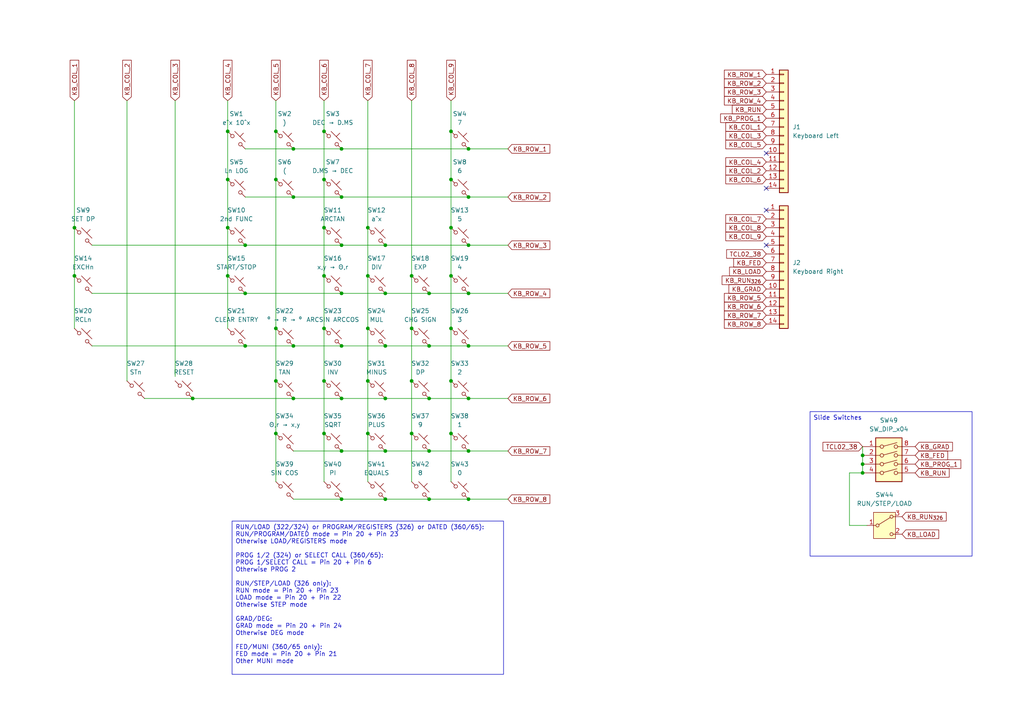
<source format=kicad_sch>
(kicad_sch (version 20250114) (generator "eeschema") (generator_version "9.0")
  (paper "A4")
  (title_block (title "Compucorp 300-Series Calculator Keyboard") (date "3/FEB/2026") (rev "WIP") (company "Brett Hallen"))
  (lib_symbols
    (symbol "Connector_Generic:Conn_01x14" (pin_names (offset 1.016) (hide yes))
      (property "Reference" "J" (at 0 17.78 0))
      (property "Value" "Conn_01x14" (at 0 -20.32 0))
      (symbol "Conn_01x14_1_1"
        (rectangle (start -1.27 16.51) (end 1.27 -19.05) (stroke (width 0.254)) (fill (type background)))
        (rectangle (start -1.27 15.367) (end 0 15.113) (stroke (width 0.1524)))
        (rectangle (start -1.27 12.827) (end 0 12.573) (stroke (width 0.1524)))
        (rectangle (start -1.27 10.287) (end 0 10.033) (stroke (width 0.1524)))
        (rectangle (start -1.27 7.747) (end 0 7.493) (stroke (width 0.1524)))
        (rectangle (start -1.27 5.207) (end 0 4.953) (stroke (width 0.1524)))
        (rectangle (start -1.27 2.667) (end 0 2.413) (stroke (width 0.1524)))
        (rectangle (start -1.27 0.127) (end 0 -0.127) (stroke (width 0.1524)))
        (rectangle (start -1.27 -2.413) (end 0 -2.667) (stroke (width 0.1524)))
        (rectangle (start -1.27 -4.953) (end 0 -5.207) (stroke (width 0.1524)))
        (rectangle (start -1.27 -7.493) (end 0 -7.747) (stroke (width 0.1524)))
        (rectangle (start -1.27 -10.033) (end 0 -10.287) (stroke (width 0.1524)))
        (rectangle (start -1.27 -12.573) (end 0 -12.827) (stroke (width 0.1524)))
        (rectangle (start -1.27 -15.113) (end 0 -15.367) (stroke (width 0.1524)))
        (rectangle (start -1.27 -17.653) (end 0 -17.907) (stroke (width 0.1524)))
        (pin passive line (at -5.08 15.24 0) (length 3.81) (name "Pin_1") (number "1"))
        (pin passive line (at -5.08 12.7 0) (length 3.81) (name "Pin_2") (number "2"))
        (pin passive line (at -5.08 10.16 0) (length 3.81) (name "Pin_3") (number "3"))
        (pin passive line (at -5.08 7.62 0) (length 3.81) (name "Pin_4") (number "4"))
        (pin passive line (at -5.08 5.08 0) (length 3.81) (name "Pin_5") (number "5"))
        (pin passive line (at -5.08 2.54 0) (length 3.81) (name "Pin_6") (number "6"))
        (pin passive line (at -5.08 0 0) (length 3.81) (name "Pin_7") (number "7"))
        (pin passive line (at -5.08 -2.54 0) (length 3.81) (name "Pin_8") (number "8"))
        (pin passive line (at -5.08 -5.08 0) (length 3.81) (name "Pin_9") (number "9"))
        (pin passive line (at -5.08 -7.62 0) (length 3.81) (name "Pin_10") (number "10"))
        (pin passive line (at -5.08 -10.16 0) (length 3.81) (name "Pin_11") (number "11"))
        (pin passive line (at -5.08 -12.7 0) (length 3.81) (name "Pin_12") (number "12"))
        (pin passive line (at -5.08 -15.24 0) (length 3.81) (name "Pin_13") (number "13"))
        (pin passive line (at -5.08 -17.78 0) (length 3.81) (name "Pin_14") (number "14"))
      )
    )
    (symbol "Switch:SW_DIP_x04" (pin_names (offset 0) (hide yes))
      (property "Reference" "SW" (at 0 8.89 0))
      (property "Value" "SW_DIP_x04" (at 0 -6.35 0))
      (symbol "SW_DIP_x04_0_0"
        (circle (center -2.032 5.08) (radius 0.508))
        (circle (center -2.032 2.54) (radius 0.508))
        (circle (center -2.032 0) (radius 0.508))
        (circle (center -2.032 -2.54) (radius 0.508))
        (polyline (pts (xy -1.524 5.207) (xy 2.3622 6.2484)))
        (polyline (pts (xy -1.524 2.667) (xy 2.3622 3.7084)))
        (polyline (pts (xy -1.524 0.127) (xy 2.3622 1.1684)))
        (polyline (pts (xy -1.524 -2.3876) (xy 2.3622 -1.3462)))
        (circle (center 2.032 5.08) (radius 0.508))
        (circle (center 2.032 2.54) (radius 0.508))
        (circle (center 2.032 0) (radius 0.508))
        (circle (center 2.032 -2.54) (radius 0.508))
      )
      (symbol "SW_DIP_x04_0_1"
        (rectangle (start -3.81 7.62) (end 3.81 -5.08) (stroke (width 0.254)) (fill (type background)))
      )
      (symbol "SW_DIP_x04_1_1"
        (pin passive line (at -7.62 5.08 0) (length 5.08) (name "~") (number "1"))
        (pin passive line (at -7.62 2.54 0) (length 5.08) (name "~") (number "2"))
        (pin passive line (at -7.62 0 0) (length 5.08) (name "~") (number "3"))
        (pin passive line (at -7.62 -2.54 0) (length 5.08) (name "~") (number "4"))
        (pin passive line (at 7.62 5.08 180) (length 5.08) (name "~") (number "8"))
        (pin passive line (at 7.62 2.54 180) (length 5.08) (name "~") (number "7"))
        (pin passive line (at 7.62 0 180) (length 5.08) (name "~") (number "6"))
        (pin passive line (at 7.62 -2.54 180) (length 5.08) (name "~") (number "5"))
      )
    )
    (symbol "Switch:SW_Push_45deg" (pin_numbers (hide yes)) (pin_names (offset 1.016) (hide yes))
      (property "Reference" "SW" (at 3.048 1.016 0))
      (property "Value" "SW_Push_45deg" (at 0 -3.81 0))
      (symbol "SW_Push_45deg_0_1"
        (polyline (pts (xy -2.54 2.54) (xy -1.524 1.524) (xy -1.524 1.524)))
        (circle (center -1.1684 1.1684) (radius 0.508))
        (polyline (pts (xy -0.508 2.54) (xy 2.54 -0.508)))
        (polyline (pts (xy 1.016 1.016) (xy 2.032 2.032)))
        (circle (center 1.143 -1.1938) (radius 0.508))
        (polyline (pts (xy 1.524 -1.524) (xy 2.54 -2.54) (xy 2.54 -2.54) (xy 2.54 -2.54)))
        (pin passive line (at -2.54 2.54 0) (length 0) (name "1") (number "1"))
        (pin passive line (at 2.54 -2.54 180) (length 0) (name "2") (number "2"))
      )
    )
    (symbol "Switch:SW_Wuerth_450301014042" (pin_names (offset 1) (hide yes))
      (property "Reference" "SW" (at 0 5.08 0))
      (property "Value" "SW_Wuerth_450301014042" (at 0 -5.08 0))
      (symbol "SW_Wuerth_450301014042_0_1"
        (circle (center -2.032 0) (radius 0.4572))
        (polyline (pts (xy -1.651 0.254) (xy 1.651 2.286)))
        (circle (center 2.032 2.54) (radius 0.4572))
        (circle (center 2.032 -2.54) (radius 0.4572))
      )
      (symbol "SW_Wuerth_450301014042_1_1"
        (rectangle (start -3.175 3.81) (end 3.175 -3.81) (fill (type background)))
        (pin passive line (at -5.08 0 0) (length 2.54) (name "B") (number "1"))
        (pin passive line (at 5.08 2.54 180) (length 2.54) (name "A") (number "3"))
        (pin passive line (at 5.08 -2.54 180) (length 2.54) (name "C") (number "2"))
      )
    )
  )
  (text_box "Slide Switches" (at 234.95 119.38 0) (size 46.99 41.91) (margins 0.9525 0.9525 0.9525 0.9525) (effects (font (size 1.27 1.27)) (justify left top)))
  (text_box "RUN/LOAD (322/324) or PROGRAM/REGISTERS (326) or DATED (360/65): \nRUN/PROGRAM/DATED mode = Pin 20 + Pin 23\nOtherwise LOAD/REGISTERS mode\n\nPROG 1/2 (324) or SELECT CALL (360/65):\nPROG 1/SELECT CALL = Pin 20 + Pin 6\nOtherwise PROG 2\n\nRUN/STEP/LOAD (326 only):\nRUN mode = Pin 20 + Pin 23\nLOAD mode = Pin 20 + Pin 22\nOtherwise STEP mode\n\nGRAD/DEG:\nGRAD mode = Pin 20 + Pin 24\nOtherwise DEG mode\n\nFED/MUNI (360/65 only):\nFED mode = Pin 20 + Pin 21\nOther MUNI mode" (at 67.31 151.13 0) (size 78.74 44.45) (margins 0.9525 0.9525 0.9525 0.9525) (effects (font (size 1.27 1.27)) (justify left top)))
  (junction (at 106.68 95.25))
  (junction (at 85.09 57.15))
  (junction (at 135.89 100.33))
  (junction (at 106.68 125.73))
  (junction (at 93.98 66.04))
  (junction (at 135.89 43.18))
  (junction (at 66.04 66.04))
  (junction (at 85.09 100.33))
  (junction (at 80.01 52.07))
  (junction (at 55.88 115.57))
  (junction (at 135.89 115.57))
  (junction (at 135.89 130.81))
  (junction (at 135.89 85.09))
  (junction (at 80.01 125.73))
  (junction (at 250.19 134.62))
  (junction (at 93.98 80.01))
  (junction (at 99.06 130.81))
  (junction (at 106.68 80.01))
  (junction (at 99.06 43.18))
  (junction (at 85.09 115.57))
  (junction (at 80.01 95.25))
  (junction (at 93.98 95.25))
  (junction (at 119.38 80.01))
  (junction (at 93.98 52.07))
  (junction (at 106.68 110.49))
  (junction (at 111.76 100.33))
  (junction (at 250.19 132.08))
  (junction (at 99.06 144.78))
  (junction (at 66.04 52.07))
  (junction (at 130.81 110.49))
  (junction (at 119.38 125.73))
  (junction (at 93.98 38.1))
  (junction (at 21.59 66.04))
  (junction (at 135.89 144.78))
  (junction (at 106.68 66.04))
  (junction (at 80.01 38.1))
  (junction (at 93.98 125.73))
  (junction (at 66.04 80.01))
  (junction (at 71.12 71.12))
  (junction (at 130.81 125.73))
  (junction (at 124.46 144.78))
  (junction (at 21.59 80.01))
  (junction (at 111.76 71.12))
  (junction (at 130.81 80.01))
  (junction (at 111.76 85.09))
  (junction (at 99.06 71.12))
  (junction (at 99.06 100.33))
  (junction (at 130.81 38.1))
  (junction (at 130.81 95.25))
  (junction (at 124.46 130.81))
  (junction (at 99.06 57.15))
  (junction (at 124.46 100.33))
  (junction (at 119.38 95.25))
  (junction (at 111.76 130.81))
  (junction (at 71.12 85.09))
  (junction (at 99.06 115.57))
  (junction (at 71.12 100.33))
  (junction (at 85.09 43.18))
  (junction (at 135.89 71.12))
  (junction (at 130.81 66.04))
  (junction (at 99.06 85.09))
  (junction (at 111.76 144.78))
  (junction (at 66.04 38.1))
  (junction (at 130.81 52.07))
  (junction (at 111.76 115.57))
  (junction (at 93.98 110.49))
  (junction (at 124.46 85.09))
  (junction (at 80.01 110.49))
  (junction (at 250.19 137.16))
  (junction (at 119.38 110.49))
  (junction (at 135.89 57.15))
  (junction (at 124.46 115.57))
  (no_connect (at 222.25 71.12))
  (no_connect (at 222.25 54.61))
  (no_connect (at 222.25 60.96))
  (no_connect (at 222.25 44.45))
  (wire (pts (xy 93.98 125.73) (xy 93.98 139.7)))
  (wire (pts (xy 124.46 115.57) (xy 135.89 115.57)))
  (wire (pts (xy 119.38 29.21) (xy 119.38 80.01)))
  (wire (pts (xy 26.67 71.12) (xy 71.12 71.12)))
  (wire (pts (xy 93.98 29.21) (xy 93.98 38.1)))
  (wire (pts (xy 130.81 38.1) (xy 130.81 52.07)))
  (wire (pts (xy 99.06 130.81) (xy 111.76 130.81)))
  (wire (pts (xy 80.01 52.07) (xy 80.01 95.25)))
  (wire (pts (xy 130.81 80.01) (xy 130.81 95.25)))
  (wire (pts (xy 135.89 85.09) (xy 147.32 85.09)))
  (wire (pts (xy 80.01 29.21) (xy 80.01 38.1)))
  (wire (pts (xy 250.19 129.54) (xy 250.19 132.08)))
  (wire (pts (xy 80.01 95.25) (xy 80.01 110.49)))
  (wire (pts (xy 124.46 130.81) (xy 135.89 130.81)))
  (wire (pts (xy 106.68 95.25) (xy 106.68 110.49)))
  (wire (pts (xy 130.81 52.07) (xy 130.81 66.04)))
  (wire (pts (xy 106.68 80.01) (xy 106.68 95.25)))
  (wire (pts (xy 85.09 130.81) (xy 99.06 130.81)))
  (wire (pts (xy 80.01 125.73) (xy 80.01 139.7)))
  (wire (pts (xy 85.09 144.78) (xy 99.06 144.78)))
  (wire (pts (xy 99.06 85.09) (xy 111.76 85.09)))
  (wire (pts (xy 93.98 80.01) (xy 93.98 95.25)))
  (wire (pts (xy 85.09 57.15) (xy 99.06 57.15)))
  (wire (pts (xy 135.89 130.81) (xy 147.32 130.81)))
  (wire (pts (xy 111.76 130.81) (xy 124.46 130.81)))
  (wire (pts (xy 111.76 144.78) (xy 124.46 144.78)))
  (wire (pts (xy 71.12 43.18) (xy 85.09 43.18)))
  (wire (pts (xy 99.06 144.78) (xy 111.76 144.78)))
  (wire (pts (xy 135.89 100.33) (xy 147.32 100.33)))
  (wire (pts (xy 135.89 115.57) (xy 147.32 115.57)))
  (wire (pts (xy 66.04 29.21) (xy 66.04 38.1)))
  (wire (pts (xy 111.76 100.33) (xy 124.46 100.33)))
  (wire (pts (xy 119.38 110.49) (xy 119.38 125.73)))
  (wire (pts (xy 21.59 66.04) (xy 21.59 80.01)))
  (wire (pts (xy 130.81 110.49) (xy 130.81 125.73)))
  (wire (pts (xy 135.89 43.18) (xy 147.32 43.18)))
  (wire (pts (xy 21.59 29.21) (xy 21.59 66.04)))
  (wire (pts (xy 250.19 132.08) (xy 250.19 134.62)))
  (wire (pts (xy 124.46 144.78) (xy 135.89 144.78)))
  (wire (pts (xy 106.68 110.49) (xy 106.68 125.73)))
  (wire (pts (xy 130.81 66.04) (xy 130.81 80.01)))
  (wire (pts (xy 93.98 52.07) (xy 93.98 66.04)))
  (wire (pts (xy 111.76 115.57) (xy 124.46 115.57)))
  (wire (pts (xy 119.38 95.25) (xy 119.38 110.49)))
  (wire (pts (xy 93.98 38.1) (xy 93.98 52.07)))
  (wire (pts (xy 130.81 125.73) (xy 130.81 139.7)))
  (wire (pts (xy 124.46 100.33) (xy 135.89 100.33)))
  (wire (pts (xy 55.88 115.57) (xy 85.09 115.57)))
  (wire (pts (xy 99.06 57.15) (xy 135.89 57.15)))
  (wire (pts (xy 80.01 110.49) (xy 80.01 125.73)))
  (wire (pts (xy 66.04 66.04) (xy 66.04 80.01)))
  (wire (pts (xy 26.67 85.09) (xy 71.12 85.09)))
  (wire (pts (xy 41.91 115.57) (xy 55.88 115.57)))
  (wire (pts (xy 111.76 71.12) (xy 135.89 71.12)))
  (wire (pts (xy 135.89 71.12) (xy 147.32 71.12)))
  (wire (pts (xy 26.67 100.33) (xy 71.12 100.33)))
  (wire (pts (xy 130.81 95.25) (xy 130.81 110.49)))
  (wire (pts (xy 251.46 152.4) (xy 246.38 152.4)))
  (wire (pts (xy 71.12 100.33) (xy 85.09 100.33)))
  (wire (pts (xy 85.09 115.57) (xy 99.06 115.57)))
  (wire (pts (xy 106.68 29.21) (xy 106.68 66.04)))
  (wire (pts (xy 119.38 80.01) (xy 119.38 95.25)))
  (wire (pts (xy 93.98 110.49) (xy 93.98 125.73)))
  (wire (pts (xy 99.06 43.18) (xy 135.89 43.18)))
  (wire (pts (xy 106.68 125.73) (xy 106.68 139.7)))
  (wire (pts (xy 50.8 29.21) (xy 50.8 109.22)))
  (wire (pts (xy 71.12 85.09) (xy 99.06 85.09)))
  (wire (pts (xy 135.89 144.78) (xy 147.32 144.78)))
  (wire (pts (xy 71.12 71.12) (xy 99.06 71.12)))
  (wire (pts (xy 119.38 125.73) (xy 119.38 139.7)))
  (wire (pts (xy 93.98 95.25) (xy 93.98 110.49)))
  (wire (pts (xy 66.04 52.07) (xy 66.04 66.04)))
  (wire (pts (xy 135.89 57.15) (xy 147.32 57.15)))
  (wire (pts (xy 246.38 152.4) (xy 246.38 137.16)))
  (wire (pts (xy 130.81 29.21) (xy 130.81 38.1)))
  (wire (pts (xy 250.19 134.62) (xy 250.19 137.16)))
  (wire (pts (xy 111.76 85.09) (xy 124.46 85.09)))
  (wire (pts (xy 71.12 57.15) (xy 85.09 57.15)))
  (wire (pts (xy 106.68 66.04) (xy 106.68 80.01)))
  (wire (pts (xy 124.46 85.09) (xy 135.89 85.09)))
  (wire (pts (xy 80.01 38.1) (xy 80.01 52.07)))
  (wire (pts (xy 99.06 115.57) (xy 111.76 115.57)))
  (wire (pts (xy 66.04 38.1) (xy 66.04 52.07)))
  (wire (pts (xy 66.04 80.01) (xy 66.04 95.25)))
  (wire (pts (xy 85.09 100.33) (xy 99.06 100.33)))
  (wire (pts (xy 36.83 29.21) (xy 36.83 110.49)))
  (wire (pts (xy 93.98 66.04) (xy 93.98 80.01)))
  (wire (pts (xy 246.38 137.16) (xy 250.19 137.16)))
  (wire (pts (xy 85.09 43.18) (xy 99.06 43.18)))
  (wire (pts (xy 99.06 71.12) (xy 111.76 71.12)))
  (wire (pts (xy 21.59 80.01) (xy 21.59 95.25)))
  (wire (pts (xy 99.06 100.33) (xy 111.76 100.33)))
  (global_label "KB_ROW_6" (shape input) (at 222.25 88.9 180) (property "Intersheetrefs" "${INTERSHEET_REFS}" (effects (hide yes))))
  (global_label "KB_COL_5" (shape input) (at 80.01 29.21 90) (property "Intersheetrefs" "${INTERSHEET_REFS}" (effects (hide yes))))
  (global_label "KB_ROW_8" (shape input) (at 147.32 144.78 0) (property "Intersheetrefs" "${INTERSHEET_REFS}" (effects (hide yes))))
  (global_label "KB_COL_2" (shape input) (at 36.83 29.21 90) (property "Intersheetrefs" "${INTERSHEET_REFS}" (effects (hide yes))))
  (global_label "KB_RUN_{326}" (shape input) (at 222.25 81.28 180) (property "Intersheetrefs" "${INTERSHEET_REFS}" (effects (hide yes))))
  (global_label "KB_GRAD" (shape input) (at 222.25 83.82 180) (property "Intersheetrefs" "${INTERSHEET_REFS}" (effects (hide yes))))
  (global_label "KB_ROW_7" (shape input) (at 147.32 130.81 0) (property "Intersheetrefs" "${INTERSHEET_REFS}" (effects (hide yes))))
  (global_label "KB_ROW_8" (shape input) (at 222.25 93.98 180) (property "Intersheetrefs" "${INTERSHEET_REFS}" (effects (hide yes))))
  (global_label "KB_COL_9" (shape input) (at 222.25 68.58 180) (property "Intersheetrefs" "${INTERSHEET_REFS}" (effects (hide yes))))
  (global_label "KB_COL_7" (shape input) (at 222.25 63.5 180) (property "Intersheetrefs" "${INTERSHEET_REFS}" (effects (hide yes))))
  (global_label "KB_ROW_4" (shape input) (at 147.32 85.09 0) (property "Intersheetrefs" "${INTERSHEET_REFS}" (effects (hide yes))))
  (global_label "KB_ROW_4" (shape input) (at 222.25 29.21 180) (property "Intersheetrefs" "${INTERSHEET_REFS}" (effects (hide yes))))
  (global_label "KB_FED" (shape input) (at 265.43 132.08 0) (property "Intersheetrefs" "${INTERSHEET_REFS}" (effects (hide yes))))
  (global_label "TCL02_38" (shape input) (at 222.25 73.66 180) (property "Intersheetrefs" "${INTERSHEET_REFS}" (effects (hide yes))))
  (global_label "KB_COL_3" (shape input) (at 50.8 29.21 90) (property "Intersheetrefs" "${INTERSHEET_REFS}" (effects (hide yes))))
  (global_label "KB_LOAD" (shape input) (at 222.25 78.74 180) (property "Intersheetrefs" "${INTERSHEET_REFS}" (effects (hide yes))))
  (global_label "KB_COL_8" (shape input) (at 119.38 29.21 90) (property "Intersheetrefs" "${INTERSHEET_REFS}" (effects (hide yes))))
  (global_label "KB_COL_4" (shape input) (at 66.04 29.21 90) (property "Intersheetrefs" "${INTERSHEET_REFS}" (effects (hide yes))))
  (global_label "KB_ROW_3" (shape input) (at 222.25 26.67 180) (property "Intersheetrefs" "${INTERSHEET_REFS}" (effects (hide yes))))
  (global_label "TCL02_38" (shape input) (at 250.19 129.54 180) (property "Intersheetrefs" "${INTERSHEET_REFS}" (effects (hide yes))))
  (global_label "KB_RUN_{326}" (shape input) (at 261.62 149.86 0) (property "Intersheetrefs" "${INTERSHEET_REFS}" (effects (hide yes))))
  (global_label "KB_GRAD" (shape input) (at 265.43 129.54 0) (property "Intersheetrefs" "${INTERSHEET_REFS}" (effects (hide yes))))
  (global_label "KB_ROW_2" (shape input) (at 222.25 24.13 180) (property "Intersheetrefs" "${INTERSHEET_REFS}" (effects (hide yes))))
  (global_label "KB_ROW_1" (shape input) (at 222.25 21.59 180) (property "Intersheetrefs" "${INTERSHEET_REFS}" (effects (hide yes))))
  (global_label "KB_ROW_7" (shape input) (at 222.25 91.44 180) (property "Intersheetrefs" "${INTERSHEET_REFS}" (effects (hide yes))))
  (global_label "KB_COL_1" (shape input) (at 21.59 29.21 90) (property "Intersheetrefs" "${INTERSHEET_REFS}" (effects (hide yes))))
  (global_label "KB_COL_2" (shape input) (at 222.25 49.53 180) (property "Intersheetrefs" "${INTERSHEET_REFS}" (effects (hide yes))))
  (global_label "KB_ROW_2" (shape input) (at 147.32 57.15 0) (property "Intersheetrefs" "${INTERSHEET_REFS}" (effects (hide yes))))
  (global_label "KB_RUN" (shape input) (at 265.43 137.16 0) (property "Intersheetrefs" "${INTERSHEET_REFS}" (effects (hide yes))))
  (global_label "KB_COL_4" (shape input) (at 222.25 46.99 180) (property "Intersheetrefs" "${INTERSHEET_REFS}" (effects (hide yes))))
  (global_label "KB_PROG_1" (shape input) (at 222.25 34.29 180) (property "Intersheetrefs" "${INTERSHEET_REFS}" (effects (hide yes))))
  (global_label "KB_LOAD" (shape input) (at 261.62 154.94 0) (property "Intersheetrefs" "${INTERSHEET_REFS}" (effects (hide yes))))
  (global_label "KB_ROW_6" (shape input) (at 147.32 115.57 0) (property "Intersheetrefs" "${INTERSHEET_REFS}" (effects (hide yes))))
  (global_label "KB_COL_5" (shape input) (at 222.25 41.91 180) (property "Intersheetrefs" "${INTERSHEET_REFS}" (effects (hide yes))))
  (global_label "KB_COL_1" (shape input) (at 222.25 36.83 180) (property "Intersheetrefs" "${INTERSHEET_REFS}" (effects (hide yes))))
  (global_label "KB_ROW_3" (shape input) (at 147.32 71.12 0) (property "Intersheetrefs" "${INTERSHEET_REFS}" (effects (hide yes))))
  (global_label "KB_COL_3" (shape input) (at 222.25 39.37 180) (property "Intersheetrefs" "${INTERSHEET_REFS}" (effects (hide yes))))
  (global_label "KB_COL_9" (shape input) (at 130.81 29.21 90) (property "Intersheetrefs" "${INTERSHEET_REFS}" (effects (hide yes))))
  (global_label "KB_ROW_1" (shape input) (at 147.32 43.18 0) (property "Intersheetrefs" "${INTERSHEET_REFS}" (effects (hide yes))))
  (global_label "KB_RUN" (shape input) (at 222.25 31.75 180) (property "Intersheetrefs" "${INTERSHEET_REFS}" (effects (hide yes))))
  (global_label "KB_COL_6" (shape input) (at 222.25 52.07 180) (property "Intersheetrefs" "${INTERSHEET_REFS}" (effects (hide yes))))
  (global_label "KB_COL_7" (shape input) (at 106.68 29.21 90) (property "Intersheetrefs" "${INTERSHEET_REFS}" (effects (hide yes))))
  (global_label "KB_COL_8" (shape input) (at 222.25 66.04 180) (property "Intersheetrefs" "${INTERSHEET_REFS}" (effects (hide yes))))
  (global_label "KB_FED" (shape input) (at 222.25 76.2 180) (property "Intersheetrefs" "${INTERSHEET_REFS}" (effects (hide yes))))
  (global_label "KB_ROW_5" (shape input) (at 222.25 86.36 180) (property "Intersheetrefs" "${INTERSHEET_REFS}" (effects (hide yes))))
  (global_label "KB_COL_6" (shape input) (at 93.98 29.21 90) (property "Intersheetrefs" "${INTERSHEET_REFS}" (effects (hide yes))))
  (global_label "KB_PROG_1" (shape input) (at 265.43 134.62 0) (property "Intersheetrefs" "${INTERSHEET_REFS}" (effects (hide yes))))
  (global_label "KB_ROW_5" (shape input) (at 147.32 100.33 0) (property "Intersheetrefs" "${INTERSHEET_REFS}" (effects (hide yes))))
  (symbol (lib_id "Switch:SW_Push_45deg") (at 133.35 128.27 0) (unit 1)
    (property "Reference" "SW38" (at 133.35 120.65 0))
    (property "Value" "1" (at 133.35 123.19 0))
    (property "Footprint" "Button_Switch_THT:SW_PUSH_6mm" (effects (hide yes)))
    (property "Description" "Push button switch, normally open, two pins, 45° tilted" (effects (hide yes)))
  )
  (symbol (lib_id "Switch:SW_Push_45deg") (at 96.52 68.58 0) (unit 1)
    (property "Reference" "SW11" (at 96.52 60.96 0))
    (property "Value" "ARCTAN" (at 96.52 63.5 0))
    (property "Footprint" "Button_Switch_THT:SW_PUSH_6mm" (effects (hide yes)))
    (property "Description" "Push button switch, normally open, two pins, 45° tilted" (effects (hide yes)))
  )
  (symbol (lib_id "Switch:SW_Push_45deg") (at 96.52 128.27 0) (unit 1)
    (property "Reference" "SW35" (at 96.52 120.65 0))
    (property "Value" "SQRT" (at 96.52 123.19 0))
    (property "Footprint" "Button_Switch_THT:SW_PUSH_6mm" (effects (hide yes)))
    (property "Description" "Push button switch, normally open, two pins, 45° tilted" (effects (hide yes)))
  )
  (symbol (lib_id "Switch:SW_Push_45deg") (at 133.35 97.79 0) (unit 1)
    (property "Reference" "SW26" (at 133.35 90.17 0))
    (property "Value" "3" (at 133.35 92.71 0))
    (property "Footprint" "Button_Switch_THT:SW_PUSH_6mm" (effects (hide yes)))
    (property "Description" "Push button switch, normally open, two pins, 45° tilted" (effects (hide yes)))
  )
  (symbol (lib_id "Switch:SW_Push_45deg") (at 24.13 82.55 0) (unit 1)
    (property "Reference" "SW14" (at 24.13 74.93 0))
    (property "Value" "EXCHn" (at 24.13 77.47 0))
    (property "Footprint" "Button_Switch_THT:SW_PUSH_6mm" (effects (hide yes)))
    (property "Description" "Push button switch, normally open, two pins, 45° tilted" (effects (hide yes)))
  )
  (symbol (lib_id "Switch:SW_Push_45deg") (at 96.52 54.61 0) (unit 1)
    (property "Reference" "SW7" (at 96.52 46.99 0))
    (property "Value" "D.MS → DEC" (at 96.52 49.53 0))
    (property "Footprint" "Button_Switch_THT:SW_PUSH_6mm" (effects (hide yes)))
    (property "Description" "Push button switch, normally open, two pins, 45° tilted" (effects (hide yes)))
  )
  (symbol (lib_id "Switch:SW_Push_45deg") (at 24.13 68.58 0) (unit 1)
    (property "Reference" "SW9" (at 24.13 60.96 0))
    (property "Value" "SET DP" (at 24.13 63.5 0))
    (property "Footprint" "Button_Switch_THT:SW_PUSH_6mm" (effects (hide yes)))
    (property "Description" "Push button switch, normally open, two pins, 45° tilted" (effects (hide yes)))
  )
  (symbol (lib_id "Switch:SW_Push_45deg") (at 53.34 113.03 0) (unit 1)
    (property "Reference" "SW28" (at 53.34 105.41 0))
    (property "Value" "RESET" (at 53.34 107.95 0))
    (property "Footprint" "Button_Switch_THT:SW_PUSH_6mm" (effects (hide yes)))
    (property "Description" "Push button switch, normally open, two pins, 45° tilted" (effects (hide yes)))
  )
  (symbol (lib_id "Switch:SW_Push_45deg") (at 68.58 68.58 0) (unit 1)
    (property "Reference" "SW10" (at 68.58 60.96 0))
    (property "Value" "2nd FUNC" (at 68.58 63.5 0))
    (property "Footprint" "Button_Switch_THT:SW_PUSH_6mm" (effects (hide yes)))
    (property "Description" "Push button switch, normally open, two pins, 45° tilted" (effects (hide yes)))
  )
  (symbol (lib_id "Switch:SW_Push_45deg") (at 96.52 113.03 0) (unit 1)
    (property "Reference" "SW30" (at 96.52 105.41 0))
    (property "Value" "INV" (at 96.52 107.95 0))
    (property "Footprint" "Button_Switch_THT:SW_PUSH_6mm" (effects (hide yes)))
    (property "Description" "Push button switch, normally open, two pins, 45° tilted" (effects (hide yes)))
  )
  (symbol (lib_id "Switch:SW_Push_45deg") (at 109.22 68.58 0) (unit 1)
    (property "Reference" "SW12" (at 109.22 60.96 0))
    (property "Value" "a^x" (at 109.22 63.5 0))
    (property "Footprint" "Button_Switch_THT:SW_PUSH_6mm" (effects (hide yes)))
    (property "Description" "Push button switch, normally open, two pins, 45° tilted" (effects (hide yes)))
  )
  (symbol (lib_id "Switch:SW_Push_45deg") (at 133.35 68.58 0) (unit 1)
    (property "Reference" "SW13" (at 133.35 60.96 0))
    (property "Value" "5" (at 133.35 63.5 0))
    (property "Footprint" "Button_Switch_THT:SW_PUSH_6mm" (effects (hide yes)))
    (property "Description" "Push button switch, normally open, two pins, 45° tilted" (effects (hide yes)))
  )
  (symbol (lib_id "Switch:SW_Push_45deg") (at 121.92 142.24 0) (unit 1)
    (property "Reference" "SW42" (at 121.92 134.62 0))
    (property "Value" "8" (at 121.92 137.16 0))
    (property "Footprint" "Button_Switch_THT:SW_PUSH_6mm" (effects (hide yes)))
    (property "Description" "Push button switch, normally open, two pins, 45° tilted" (effects (hide yes)))
  )
  (symbol (lib_id "Connector_Generic:Conn_01x14") (at 227.33 76.2 0) (unit 1)
    (property "Reference" "J2" (at 229.87 76.1999 0) (effects (justify left)))
    (property "Value" "Keyboard Right" (at 229.87 78.7399 0) (effects (justify left)))
    (property "Footprint" "Connector_PinHeader_2.54mm:PinHeader_1x14_P2.54mm_Vertical" (effects (hide yes)))
    (property "Description" "Generic connector, single row, 01x14, script generated (kicad-library-utils/schlib/autogen/connector/)" (effects (hide yes)))
  )
  (symbol (lib_id "Switch:SW_Push_45deg") (at 24.13 97.79 0) (unit 1)
    (property "Reference" "SW20" (at 24.13 90.17 0))
    (property "Value" "RCLn" (at 24.13 92.71 0))
    (property "Footprint" "Button_Switch_THT:SW_PUSH_6mm" (effects (hide yes)))
    (property "Description" "Push button switch, normally open, two pins, 45° tilted" (effects (hide yes)))
  )
  (symbol (lib_id "Switch:SW_Push_45deg") (at 82.55 54.61 0) (unit 1)
    (property "Reference" "SW6" (at 82.55 46.99 0))
    (property "Value" "(" (at 82.55 49.53 0))
    (property "Footprint" "Button_Switch_THT:SW_PUSH_6mm" (effects (hide yes)))
    (property "Description" "Push button switch, normally open, two pins, 45° tilted" (effects (hide yes)))
  )
  (symbol (lib_id "Switch:SW_Push_45deg") (at 96.52 82.55 0) (unit 1)
    (property "Reference" "SW16" (at 96.52 74.93 0))
    (property "Value" "x,y → Θ,r" (at 96.52 77.47 0))
    (property "Footprint" "Button_Switch_THT:SW_PUSH_6mm" (effects (hide yes)))
    (property "Description" "Push button switch, normally open, two pins, 45° tilted" (effects (hide yes)))
  )
  (symbol (lib_id "Switch:SW_Push_45deg") (at 109.22 82.55 0) (unit 1)
    (property "Reference" "SW17" (at 109.22 74.93 0))
    (property "Value" "DIV" (at 109.22 77.47 0))
    (property "Footprint" "Button_Switch_THT:SW_PUSH_6mm" (effects (hide yes)))
    (property "Description" "Push button switch, normally open, two pins, 45° tilted" (effects (hide yes)))
  )
  (symbol (lib_id "Switch:SW_Push_45deg") (at 82.55 128.27 0) (unit 1)
    (property "Reference" "SW34" (at 82.55 120.65 0))
    (property "Value" "Θ,r → x,y" (at 82.55 123.19 0))
    (property "Footprint" "Button_Switch_THT:SW_PUSH_6mm" (effects (hide yes)))
    (property "Description" "Push button switch, normally open, two pins, 45° tilted" (effects (hide yes)))
  )
  (symbol (lib_id "Connector_Generic:Conn_01x14") (at 227.33 36.83 0) (unit 1)
    (property "Reference" "J1" (at 229.87 36.8299 0) (effects (justify left)))
    (property "Value" "Keyboard Left" (at 229.87 39.3699 0) (effects (justify left)))
    (property "Footprint" "Connector_PinHeader_2.54mm:PinHeader_1x14_P2.54mm_Vertical" (effects (hide yes)))
    (property "Description" "Generic connector, single row, 01x14, script generated (kicad-library-utils/schlib/autogen/connector/)" (effects (hide yes)))
  )
  (symbol (lib_id "Switch:SW_Push_45deg") (at 133.35 40.64 0) (unit 1)
    (property "Reference" "SW4" (at 133.35 33.02 0))
    (property "Value" "7" (at 133.35 35.56 0))
    (property "Footprint" "Button_Switch_THT:SW_PUSH_6mm" (effects (hide yes)))
    (property "Description" "Push button switch, normally open, two pins, 45° tilted" (effects (hide yes)))
  )
  (symbol (lib_id "Switch:SW_Push_45deg") (at 133.35 142.24 0) (unit 1)
    (property "Reference" "SW43" (at 133.35 134.62 0))
    (property "Value" "0" (at 133.35 137.16 0))
    (property "Footprint" "Button_Switch_THT:SW_PUSH_6mm" (effects (hide yes)))
    (property "Description" "Push button switch, normally open, two pins, 45° tilted" (effects (hide yes)))
  )
  (symbol (lib_id "Switch:SW_Push_45deg") (at 109.22 128.27 0) (unit 1)
    (property "Reference" "SW36" (at 109.22 120.65 0))
    (property "Value" "PLUS" (at 109.22 123.19 0))
    (property "Footprint" "Button_Switch_THT:SW_PUSH_6mm" (effects (hide yes)))
    (property "Description" "Push button switch, normally open, two pins, 45° tilted" (effects (hide yes)))
  )
  (symbol (lib_id "Switch:SW_Push_45deg") (at 68.58 54.61 0) (unit 1)
    (property "Reference" "SW5" (at 68.58 46.99 0))
    (property "Value" "Ln LOG" (at 68.58 49.53 0))
    (property "Footprint" "Button_Switch_THT:SW_PUSH_6mm" (effects (hide yes)))
    (property "Description" "Push button switch, normally open, two pins, 45° tilted" (effects (hide yes)))
  )
  (symbol (lib_id "Switch:SW_Push_45deg") (at 96.52 40.64 0) (unit 1)
    (property "Reference" "SW3" (at 96.52 33.02 0))
    (property "Value" "DEC → D.MS" (at 96.52 35.56 0))
    (property "Footprint" "Button_Switch_THT:SW_PUSH_6mm" (effects (hide yes)))
    (property "Description" "Push button switch, normally open, two pins, 45° tilted" (effects (hide yes)))
  )
  (symbol (lib_id "Switch:SW_Wuerth_450301014042") (at 256.54 152.4 0) (unit 1)
    (property "Reference" "SW44" (at 256.54 143.51 0))
    (property "Value" "RUN/STEP/LOAD" (at 256.54 146.05 0))
    (property "Footprint" "Button_Switch_THT:SW_Slide-03_Wuerth-WS-SLTV_10x2.5x6.4_P2.54mm" (effects (hide yes)))
    (property "Datasheet" "https://www.we-online.com/components/products/datasheet/450301014042.pdf" (effects (hide yes)))
    (property "Description" "Switch slide, single pole double throw" (effects (hide yes)))
  )
  (symbol (lib_id "Switch:SW_Push_45deg") (at 68.58 40.64 0) (unit 1)
    (property "Reference" "SW1" (at 68.58 33.02 0))
    (property "Value" "e^x 10^x" (at 68.58 35.56 0))
    (property "Footprint" "Button_Switch_THT:SW_PUSH_6mm" (effects (hide yes)))
    (property "Description" "Push button switch, normally open, two pins, 45° tilted" (effects (hide yes)))
  )
  (symbol (lib_id "Switch:SW_Push_45deg") (at 68.58 97.79 0) (unit 1)
    (property "Reference" "SW21" (at 68.58 90.17 0))
    (property "Value" "CLEAR ENTRY" (at 68.58 92.71 0))
    (property "Footprint" "Button_Switch_THT:SW_PUSH_6mm" (effects (hide yes)))
    (property "Description" "Push button switch, normally open, two pins, 45° tilted" (effects (hide yes)))
  )
  (symbol (lib_id "Switch:SW_Push_45deg") (at 121.92 113.03 0) (unit 1)
    (property "Reference" "SW32" (at 121.92 105.41 0))
    (property "Value" "DP" (at 121.92 107.95 0))
    (property "Footprint" "Button_Switch_THT:SW_PUSH_6mm" (effects (hide yes)))
    (property "Description" "Push button switch, normally open, two pins, 45° tilted" (effects (hide yes)))
  )
  (symbol (lib_id "Switch:SW_Push_45deg") (at 121.92 82.55 0) (unit 1)
    (property "Reference" "SW18" (at 121.92 74.93 0))
    (property "Value" "EXP" (at 121.92 77.47 0))
    (property "Footprint" "Button_Switch_THT:SW_PUSH_6mm" (effects (hide yes)))
    (property "Description" "Push button switch, normally open, two pins, 45° tilted" (effects (hide yes)))
  )
  (symbol (lib_id "Switch:SW_Push_45deg") (at 68.58 82.55 0) (unit 1)
    (property "Reference" "SW15" (at 68.58 74.93 0))
    (property "Value" "START/STOP" (at 68.58 77.47 0))
    (property "Footprint" "Button_Switch_THT:SW_PUSH_6mm" (effects (hide yes)))
    (property "Description" "Push button switch, normally open, two pins, 45° tilted" (effects (hide yes)))
  )
  (symbol (lib_id "Switch:SW_Push_45deg") (at 121.92 97.79 0) (unit 1)
    (property "Reference" "SW25" (at 121.92 90.17 0))
    (property "Value" "CHG SIGN" (at 121.92 92.71 0))
    (property "Footprint" "Button_Switch_THT:SW_PUSH_6mm" (effects (hide yes)))
    (property "Description" "Push button switch, normally open, two pins, 45° tilted" (effects (hide yes)))
  )
  (symbol (lib_id "Switch:SW_DIP_x04") (at 257.81 134.62 0) (unit 1)
    (property "Reference" "SW49" (at 257.81 121.92 0))
    (property "Value" "SW_DIP_x04" (at 257.81 124.46 0))
    (property "Footprint" "Button_Switch_THT:SW_DIP_SPSTx04_Slide_9.78x12.34mm_W7.62mm_P2.54mm" (effects (hide yes)))
    (property "Description" "4x DIP Switch, Single Pole Single Throw (SPST) switch, small symbol" (effects (hide yes)))
  )
  (symbol (lib_id "Switch:SW_Push_45deg") (at 109.22 113.03 0) (unit 1)
    (property "Reference" "SW31" (at 109.22 105.41 0))
    (property "Value" "MINUS" (at 109.22 107.95 0))
    (property "Footprint" "Button_Switch_THT:SW_PUSH_6mm" (effects (hide yes)))
    (property "Description" "Push button switch, normally open, two pins, 45° tilted" (effects (hide yes)))
  )
  (symbol (lib_id "Switch:SW_Push_45deg") (at 121.92 128.27 0) (unit 1)
    (property "Reference" "SW37" (at 121.92 120.65 0))
    (property "Value" "9" (at 121.92 123.19 0))
    (property "Footprint" "Button_Switch_THT:SW_PUSH_6mm" (effects (hide yes)))
    (property "Description" "Push button switch, normally open, two pins, 45° tilted" (effects (hide yes)))
  )
  (symbol (lib_id "Switch:SW_Push_45deg") (at 82.55 142.24 0) (unit 1)
    (property "Reference" "SW39" (at 82.55 134.62 0))
    (property "Value" "SIN COS" (at 82.55 137.16 0))
    (property "Footprint" "Button_Switch_THT:SW_PUSH_6mm" (effects (hide yes)))
    (property "Description" "Push button switch, normally open, two pins, 45° tilted" (effects (hide yes)))
  )
  (symbol (lib_id "Switch:SW_Push_45deg") (at 133.35 82.55 0) (unit 1)
    (property "Reference" "SW19" (at 133.35 74.93 0))
    (property "Value" "4" (at 133.35 77.47 0))
    (property "Footprint" "Button_Switch_THT:SW_PUSH_6mm" (effects (hide yes)))
    (property "Description" "Push button switch, normally open, two pins, 45° tilted" (effects (hide yes)))
  )
  (symbol (lib_id "Switch:SW_Push_45deg") (at 109.22 97.79 0) (unit 1)
    (property "Reference" "SW24" (at 109.22 90.17 0))
    (property "Value" "MUL" (at 109.22 92.71 0))
    (property "Footprint" "Button_Switch_THT:SW_PUSH_6mm" (effects (hide yes)))
    (property "Description" "Push button switch, normally open, two pins, 45° tilted" (effects (hide yes)))
  )
  (symbol (lib_id "Switch:SW_Push_45deg") (at 133.35 113.03 0) (unit 1)
    (property "Reference" "SW33" (at 133.35 105.41 0))
    (property "Value" "2" (at 133.35 107.95 0))
    (property "Footprint" "Button_Switch_THT:SW_PUSH_6mm" (effects (hide yes)))
    (property "Description" "Push button switch, normally open, two pins, 45° tilted" (effects (hide yes)))
  )
  (symbol (lib_id "Switch:SW_Push_45deg") (at 133.35 54.61 0) (unit 1)
    (property "Reference" "SW8" (at 133.35 46.99 0))
    (property "Value" "6" (at 133.35 49.53 0))
    (property "Footprint" "Button_Switch_THT:SW_PUSH_6mm" (effects (hide yes)))
    (property "Description" "Push button switch, normally open, two pins, 45° tilted" (effects (hide yes)))
  )
  (symbol (lib_id "Switch:SW_Push_45deg") (at 82.55 97.79 0) (unit 1)
    (property "Reference" "SW22" (at 82.55 90.17 0))
    (property "Value" "º → R → º" (at 82.55 92.71 0))
    (property "Footprint" "Button_Switch_THT:SW_PUSH_6mm" (effects (hide yes)))
    (property "Description" "Push button switch, normally open, two pins, 45° tilted" (effects (hide yes)))
  )
  (symbol (lib_id "Switch:SW_Push_45deg") (at 96.52 97.79 0) (unit 1)
    (property "Reference" "SW23" (at 96.52 90.17 0))
    (property "Value" "ARCSIN ARCCOS" (at 96.52 92.71 0))
    (property "Footprint" "Button_Switch_THT:SW_PUSH_6mm" (effects (hide yes)))
    (property "Description" "Push button switch, normally open, two pins, 45° tilted" (effects (hide yes)))
  )
  (symbol (lib_id "Switch:SW_Push_45deg") (at 96.52 142.24 0) (unit 1)
    (property "Reference" "SW40" (at 96.52 134.62 0))
    (property "Value" "PI" (at 96.52 137.16 0))
    (property "Footprint" "Button_Switch_THT:SW_PUSH_6mm" (effects (hide yes)))
    (property "Description" "Push button switch, normally open, two pins, 45° tilted" (effects (hide yes)))
  )
  (symbol (lib_id "Switch:SW_Push_45deg") (at 82.55 40.64 0) (unit 1)
    (property "Reference" "SW2" (at 82.55 33.02 0))
    (property "Value" ")" (at 82.55 35.56 0))
    (property "Footprint" "Button_Switch_THT:SW_PUSH_6mm" (effects (hide yes)))
    (property "Description" "Push button switch, normally open, two pins, 45° tilted" (effects (hide yes)))
  )
  (symbol (lib_id "Switch:SW_Push_45deg") (at 109.22 142.24 0) (unit 1)
    (property "Reference" "SW41" (at 109.22 134.62 0))
    (property "Value" "EQUALS" (at 109.22 137.16 0))
    (property "Footprint" "Button_Switch_THT:SW_PUSH_6mm" (effects (hide yes)))
    (property "Description" "Push button switch, normally open, two pins, 45° tilted" (effects (hide yes)))
  )
  (symbol (lib_id "Switch:SW_Push_45deg") (at 39.37 113.03 0) (unit 1)
    (property "Reference" "SW27" (at 39.37 105.41 0))
    (property "Value" "STn" (at 39.37 107.95 0))
    (property "Footprint" "Button_Switch_THT:SW_PUSH_6mm" (effects (hide yes)))
    (property "Description" "Push button switch, normally open, two pins, 45° tilted" (effects (hide yes)))
  )
  (symbol (lib_id "Switch:SW_Push_45deg") (at 82.55 113.03 0) (unit 1)
    (property "Reference" "SW29" (at 82.55 105.41 0))
    (property "Value" "TAN" (at 82.55 107.95 0))
    (property "Footprint" "Button_Switch_THT:SW_PUSH_6mm" (effects (hide yes)))
    (property "Description" "Push button switch, normally open, two pins, 45° tilted" (effects (hide yes)))
  )
)
</source>
